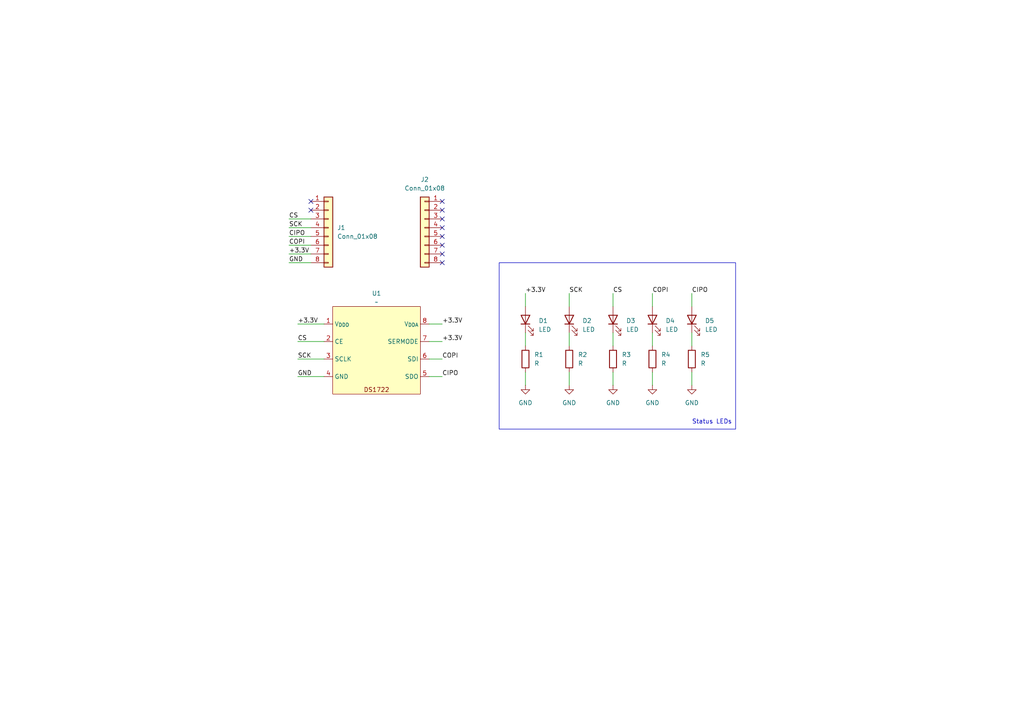
<source format=kicad_sch>
(kicad_sch (version 20231120) (generator "eeschema") (generator_version "8.0")
  (paper "A4")
  (title_block (title "E155 PCB Activity") (date "2024-10-01") (rev "v01") (comment 4 "Author: Marina Ring, mring@g.hmc.edu"))
  (lib_symbols
    (symbol "Connector_Generic:Conn_01x08" (pin_names (offset 1.016) hide)
      (property "Reference" "J" (at 0 10.16 0))
      (property "Value" "Conn_01x08" (at 0 -12.7 0))
      (symbol "Conn_01x08_1_1"
        (rectangle (start -1.27 -10.033) (end 0 -10.287) (stroke (width 0.1524)))
        (rectangle (start -1.27 -7.493) (end 0 -7.747) (stroke (width 0.1524)))
        (rectangle (start -1.27 -4.953) (end 0 -5.207) (stroke (width 0.1524)))
        (rectangle (start -1.27 -2.413) (end 0 -2.667) (stroke (width 0.1524)))
        (rectangle (start -1.27 0.127) (end 0 -0.127) (stroke (width 0.1524)))
        (rectangle (start -1.27 2.667) (end 0 2.413) (stroke (width 0.1524)))
        (rectangle (start -1.27 5.207) (end 0 4.953) (stroke (width 0.1524)))
        (rectangle (start -1.27 7.747) (end 0 7.493) (stroke (width 0.1524)))
        (rectangle (start -1.27 8.89) (end 1.27 -11.43) (stroke (width 0.254)) (fill (type background)))
        (pin passive line (at -5.08 7.62 0) (length 3.81) (name "Pin_1") (number "1"))
        (pin passive line (at -5.08 5.08 0) (length 3.81) (name "Pin_2") (number "2"))
        (pin passive line (at -5.08 2.54 0) (length 3.81) (name "Pin_3") (number "3"))
        (pin passive line (at -5.08 0 0) (length 3.81) (name "Pin_4") (number "4"))
        (pin passive line (at -5.08 -2.54 0) (length 3.81) (name "Pin_5") (number "5"))
        (pin passive line (at -5.08 -5.08 0) (length 3.81) (name "Pin_6") (number "6"))
        (pin passive line (at -5.08 -7.62 0) (length 3.81) (name "Pin_7") (number "7"))
        (pin passive line (at -5.08 -10.16 0) (length 3.81) (name "Pin_8") (number "8"))
      )
    )
    (symbol "DS1722:DS1722"
      (property "Reference" "U1" (at -0.254 14.224 0))
      (symbol "DS1722_1_1"
        (rectangle (start -12.7 12.7) (end 12.7 -12.7) (fill (type background)))
        (text "DS1722" (at 0 -11.43 0) (effects (font (size 1.27 1.27))))
        (pin input line (at -15.24 7.62 0) (length 2.54) (name "V_{DDD}") (number "1"))
        (pin input line (at -15.24 2.54 0) (length 2.54) (name "CE") (number "2"))
        (pin input line (at -15.24 -2.54 0) (length 2.54) (name "SCLK") (number "3"))
        (pin input line (at -15.24 -7.62 0) (length 2.54) (name "GND") (number "4"))
        (pin input line (at 15.24 -7.62 180) (length 2.54) (name "SDO") (number "5"))
        (pin input line (at 15.24 -2.54 180) (length 2.54) (name "SDI") (number "6"))
        (pin input line (at 15.24 2.54 180) (length 2.54) (name "SERMODE") (number "7"))
        (pin input line (at 15.24 7.62 180) (length 2.54) (name "V_{DDA}") (number "8"))
      )
    )
    (symbol "Device:LED" (pin_numbers hide) (pin_names (offset 1.016) hide)
      (property "Reference" "D" (at 0 2.54 0))
      (property "Value" "LED" (at 0 -2.54 0))
      (symbol "LED_0_1"
        (polyline (pts (xy -1.27 -1.27) (xy -1.27 1.27)) (stroke (width 0.254)))
        (polyline (pts (xy -1.27 0) (xy 1.27 0)))
        (polyline (pts (xy 1.27 -1.27) (xy 1.27 1.27) (xy -1.27 0) (xy 1.27 -1.27)) (stroke (width 0.254)))
        (polyline (pts (xy -3.048 -0.762) (xy -4.572 -2.286) (xy -3.81 -2.286) (xy -4.572 -2.286) (xy -4.572 -1.524)))
        (polyline (pts (xy -1.778 -0.762) (xy -3.302 -2.286) (xy -2.54 -2.286) (xy -3.302 -2.286) (xy -3.302 -1.524)))
      )
      (symbol "LED_1_1"
        (pin passive line (at -3.81 0 0) (length 2.54) (name "K") (number "1"))
        (pin passive line (at 3.81 0 180) (length 2.54) (name "A") (number "2"))
      )
    )
    (symbol "Device:R" (pin_numbers hide) (pin_names (offset 0))
      (property "Reference" "R" (at 2.032 0 90))
      (property "Value" "R" (at 0 0 90))
      (symbol "R_0_1"
        (rectangle (start -1.016 -2.54) (end 1.016 2.54) (stroke (width 0.254)))
      )
      (symbol "R_1_1"
        (pin passive line (at 0 3.81 270) (length 1.27) (name "~") (number "1"))
        (pin passive line (at 0 -3.81 90) (length 1.27) (name "~") (number "2"))
      )
    )
    (symbol "power:GND" (power) (pin_numbers hide) (pin_names (offset 0) hide)
      (property "Value" "GND" (at 0 -3.81 0))
      (symbol "GND_0_1"
        (polyline (pts (xy 0 0) (xy 0 -1.27) (xy 1.27 -1.27) (xy 0 -2.54) (xy -1.27 -1.27) (xy 0 -1.27)))
      )
      (symbol "GND_1_1"
        (pin power_in line (at 0 0 270) (length 0) (name "~") (number "1"))
      )
    )
  )
  (no_connect (at 128.27 60.96))
  (no_connect (at 128.27 73.66))
  (no_connect (at 128.27 68.58))
  (no_connect (at 90.17 60.96))
  (no_connect (at 128.27 66.04))
  (no_connect (at 128.27 58.42))
  (no_connect (at 128.27 63.5))
  (no_connect (at 128.27 76.2))
  (no_connect (at 128.27 71.12))
  (no_connect (at 90.17 58.42))
  (wire (pts (xy 200.66 85.09) (xy 200.66 88.9)))
  (wire (pts (xy 165.1 96.52) (xy 165.1 100.33)))
  (wire (pts (xy 200.66 96.52) (xy 200.66 100.33)))
  (wire (pts (xy 200.66 107.95) (xy 200.66 111.76)))
  (wire (pts (xy 152.4 107.95) (xy 152.4 111.76)))
  (wire (pts (xy 124.46 109.22) (xy 128.27 109.22)))
  (wire (pts (xy 152.4 96.52) (xy 152.4 100.33)))
  (wire (pts (xy 177.8 96.52) (xy 177.8 100.33)))
  (wire (pts (xy 165.1 85.09) (xy 165.1 88.9)))
  (wire (pts (xy 124.46 93.98) (xy 128.27 93.98)))
  (wire (pts (xy 83.82 71.12) (xy 90.17 71.12)))
  (wire (pts (xy 124.46 104.14) (xy 128.27 104.14)))
  (wire (pts (xy 86.36 99.06) (xy 93.98 99.06)))
  (wire (pts (xy 189.23 107.95) (xy 189.23 111.76)))
  (wire (pts (xy 189.23 85.09) (xy 189.23 88.9)))
  (wire (pts (xy 83.82 76.2) (xy 90.17 76.2)))
  (wire (pts (xy 177.8 107.95) (xy 177.8 111.76)))
  (wire (pts (xy 83.82 63.5) (xy 90.17 63.5)))
  (wire (pts (xy 152.4 85.09) (xy 152.4 88.9)))
  (wire (pts (xy 83.82 73.66) (xy 90.17 73.66)))
  (wire (pts (xy 83.82 68.58) (xy 90.17 68.58)))
  (wire (pts (xy 86.36 93.98) (xy 93.98 93.98)))
  (wire (pts (xy 189.23 96.52) (xy 189.23 100.33)))
  (wire (pts (xy 86.36 104.14) (xy 93.98 104.14)))
  (wire (pts (xy 86.36 109.22) (xy 93.98 109.22)))
  (wire (pts (xy 83.82 66.04) (xy 90.17 66.04)))
  (wire (pts (xy 165.1 107.95) (xy 165.1 111.76)))
  (wire (pts (xy 177.8 85.09) (xy 177.8 88.9)))
  (wire (pts (xy 124.46 99.06) (xy 128.27 99.06)))
  (rectangle (start 144.78 76.2) (end 213.36 124.46))
  (text "Status LEDs" (at 206.502 122.428 0) (effects (font (size 1.27 1.27))))
  (label "GND" (at 86.36 109.22 0))
  (label "+3.3V" (at 128.27 93.98 0))
  (label "+3.3V" (at 83.82 73.66 0))
  (label "+3.3V" (at 152.4 85.09 0))
  (label "SCK" (at 86.36 104.14 0))
  (label "CS" (at 177.8 85.09 0))
  (label "COPI" (at 128.27 104.14 0))
  (label "SCK" (at 165.1 85.09 0))
  (label "COPI" (at 83.82 71.12 0))
  (label "GND" (at 83.82 76.2 0))
  (label "SCK" (at 83.82 66.04 0))
  (label "CS" (at 86.36 99.06 0))
  (label "CS" (at 83.82 63.5 0))
  (label "COPI" (at 189.23 85.09 0))
  (label "+3.3V" (at 86.36 93.98 0))
  (label "+3.3V" (at 128.27 99.06 0))
  (label "CIPO" (at 200.66 85.09 0))
  (label "CIPO" (at 128.27 109.22 0))
  (label "CIPO" (at 83.82 68.58 0))
  (symbol (lib_id "Device:R") (at 165.1 104.14 0) (unit 1)
    (property "Reference" "R2" (at 167.64 102.8699 0) (effects (justify left)))
    (property "Value" "R" (at 167.64 105.4099 0) (effects (justify left)))
    (property "Description" "Resistor" (effects (hide yes)))
  )
  (symbol (lib_id "Device:LED") (at 165.1 92.71 90) (unit 1)
    (property "Reference" "D2" (at 168.91 93.0274 90) (effects (justify right)))
    (property "Value" "LED" (at 168.91 95.5674 90) (effects (justify right)))
    (property "Description" "Light emitting diode" (effects (hide yes)))
  )
  (symbol (lib_id "Device:LED") (at 152.4 92.71 90) (unit 1)
    (property "Reference" "D1" (at 156.21 93.0274 90) (effects (justify right)))
    (property "Value" "LED" (at 156.21 95.5674 90) (effects (justify right)))
    (property "Description" "Light emitting diode" (effects (hide yes)))
  )
  (symbol (lib_id "Device:LED") (at 177.8 92.71 90) (unit 1)
    (property "Reference" "D3" (at 181.61 93.0274 90) (effects (justify right)))
    (property "Value" "LED" (at 181.61 95.5674 90) (effects (justify right)))
    (property "Description" "Light emitting diode" (effects (hide yes)))
  )
  (symbol (lib_id "Device:R") (at 152.4 104.14 0) (unit 1)
    (property "Reference" "R1" (at 154.94 102.8699 0) (effects (justify left)))
    (property "Value" "R" (at 154.94 105.4099 0) (effects (justify left)))
    (property "Description" "Resistor" (effects (hide yes)))
  )
  (symbol (lib_id "power:GND") (at 189.23 111.76 0) (unit 1)
    (property "Reference" "#PWR04" (effects (hide yes)))
    (property "Value" "GND" (at 189.23 116.84 0))
    (property "Description" "Power symbol creates a global label with name \"GND\" , ground" (effects (hide yes)))
  )
  (symbol (lib_id "power:GND") (at 200.66 111.76 0) (unit 1)
    (property "Reference" "#PWR05" (effects (hide yes)))
    (property "Value" "GND" (at 200.66 116.84 0))
    (property "Description" "Power symbol creates a global label with name \"GND\" , ground" (effects (hide yes)))
  )
  (symbol (lib_id "DS1722:DS1722") (at 109.22 101.6 0) (unit 1)
    (property "Reference" "U1" (at 109.22 85.09 0))
    (property "Value" "~" (at 109.22 87.63 0))
  )
  (symbol (lib_id "Device:LED") (at 189.23 92.71 90) (unit 1)
    (property "Reference" "D4" (at 193.04 93.0274 90) (effects (justify right)))
    (property "Value" "LED" (at 193.04 95.5674 90) (effects (justify right)))
    (property "Description" "Light emitting diode" (effects (hide yes)))
  )
  (symbol (lib_id "power:GND") (at 165.1 111.76 0) (unit 1)
    (property "Reference" "#PWR02" (effects (hide yes)))
    (property "Value" "GND" (at 165.1 116.84 0))
    (property "Description" "Power symbol creates a global label with name \"GND\" , ground" (effects (hide yes)))
  )
  (symbol (lib_id "power:GND") (at 177.8 111.76 0) (unit 1)
    (property "Reference" "#PWR03" (effects (hide yes)))
    (property "Value" "GND" (at 177.8 116.84 0))
    (property "Description" "Power symbol creates a global label with name \"GND\" , ground" (effects (hide yes)))
  )
  (symbol (lib_id "Device:R") (at 200.66 104.14 0) (unit 1)
    (property "Reference" "R5" (at 203.2 102.8699 0) (effects (justify left)))
    (property "Value" "R" (at 203.2 105.4099 0) (effects (justify left)))
    (property "Description" "Resistor" (effects (hide yes)))
  )
  (symbol (lib_id "Device:R") (at 189.23 104.14 0) (unit 1)
    (property "Reference" "R4" (at 191.77 102.8699 0) (effects (justify left)))
    (property "Value" "R" (at 191.77 105.4099 0) (effects (justify left)))
    (property "Description" "Resistor" (effects (hide yes)))
  )
  (symbol (lib_id "Device:LED") (at 200.66 92.71 90) (unit 1)
    (property "Reference" "D5" (at 204.47 93.0274 90) (effects (justify right)))
    (property "Value" "LED" (at 204.47 95.5674 90) (effects (justify right)))
    (property "Description" "Light emitting diode" (effects (hide yes)))
  )
  (symbol (lib_id "Connector_Generic:Conn_01x08") (at 123.19 66.04 0) (mirror y) (unit 1)
    (property "Reference" "J2" (at 123.19 52.07 0))
    (property "Value" "Conn_01x08" (at 123.19 54.61 0))
    (property "Description" "Generic connector, single row, 01x08, script generated (kicad-library-utils/schlib/autogen/connector/)" (effects (hide yes)))
  )
  (symbol (lib_id "power:GND") (at 152.4 111.76 0) (unit 1)
    (property "Reference" "#PWR01" (effects (hide yes)))
    (property "Value" "GND" (at 152.4 116.84 0))
    (property "Description" "Power symbol creates a global label with name \"GND\" , ground" (effects (hide yes)))
  )
  (symbol (lib_id "Connector_Generic:Conn_01x08") (at 95.25 66.04 0) (unit 1)
    (property "Reference" "J1" (at 97.79 66.0399 0) (effects (justify left)))
    (property "Value" "Conn_01x08" (at 97.79 68.5799 0) (effects (justify left)))
    (property "Description" "Generic connector, single row, 01x08, script generated (kicad-library-utils/schlib/autogen/connector/)" (effects (hide yes)))
  )
  (symbol (lib_id "Device:R") (at 177.8 104.14 0) (unit 1)
    (property "Reference" "R3" (at 180.34 102.8699 0) (effects (justify left)))
    (property "Value" "R" (at 180.34 105.4099 0) (effects (justify left)))
    (property "Description" "Resistor" (effects (hide yes)))
  )
)
</source>
